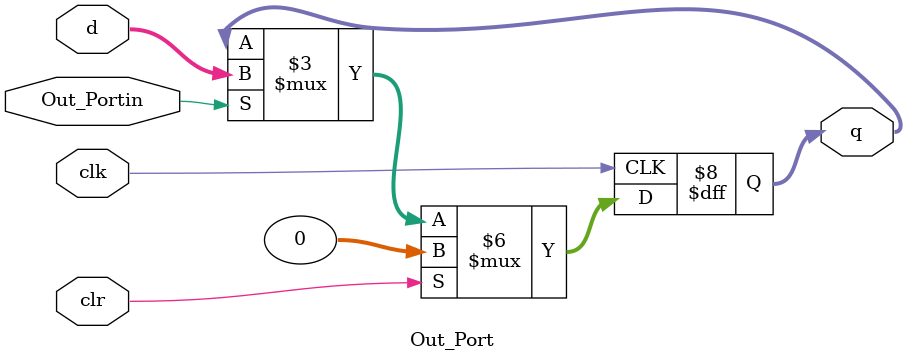
<source format=v>
module Out_Port #(parameter VAL = 0)(input clk, clr, Out_Portin, input [31:0] d, output reg [31:0] q);

initial q <= VAL;

always @ (posedge clk)
begin
	if (clr) begin
		 q <= 32'b0;
	end else if (Out_Portin) begin
		 q <= d;
	end
end

endmodule
</source>
